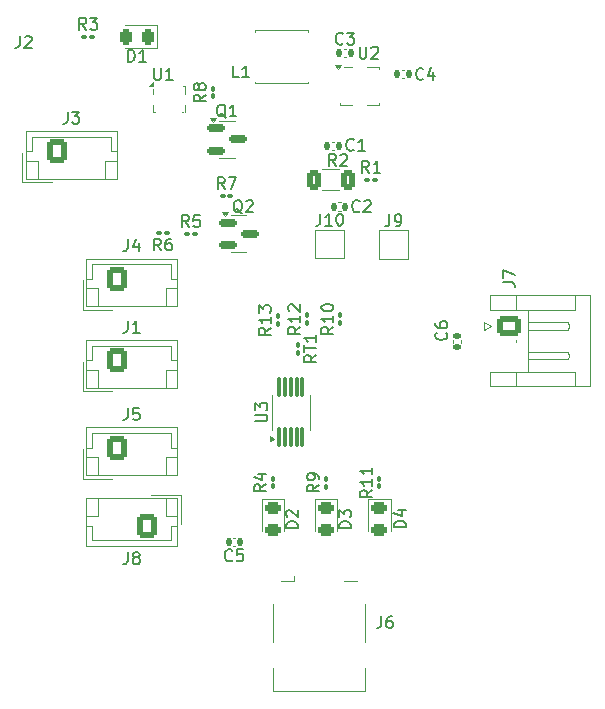
<source format=gto>
%TF.GenerationSoftware,KiCad,Pcbnew,8.0.1*%
%TF.CreationDate,2024-04-11T19:27:17-06:00*%
%TF.ProjectId,ECE Altitude Project,45434520-416c-4746-9974-756465205072,rev?*%
%TF.SameCoordinates,Original*%
%TF.FileFunction,Legend,Top*%
%TF.FilePolarity,Positive*%
%FSLAX46Y46*%
G04 Gerber Fmt 4.6, Leading zero omitted, Abs format (unit mm)*
G04 Created by KiCad (PCBNEW 8.0.1) date 2024-04-11 19:27:17*
%MOMM*%
%LPD*%
G01*
G04 APERTURE LIST*
G04 Aperture macros list*
%AMRoundRect*
0 Rectangle with rounded corners*
0 $1 Rounding radius*
0 $2 $3 $4 $5 $6 $7 $8 $9 X,Y pos of 4 corners*
0 Add a 4 corners polygon primitive as box body*
4,1,4,$2,$3,$4,$5,$6,$7,$8,$9,$2,$3,0*
0 Add four circle primitives for the rounded corners*
1,1,$1+$1,$2,$3*
1,1,$1+$1,$4,$5*
1,1,$1+$1,$6,$7*
1,1,$1+$1,$8,$9*
0 Add four rect primitives between the rounded corners*
20,1,$1+$1,$2,$3,$4,$5,0*
20,1,$1+$1,$4,$5,$6,$7,0*
20,1,$1+$1,$6,$7,$8,$9,0*
20,1,$1+$1,$8,$9,$2,$3,0*%
G04 Aperture macros list end*
%ADD10C,0.150000*%
%ADD11C,0.120000*%
%ADD12C,0.100000*%
%ADD13R,0.280000X0.280000*%
%ADD14O,0.850000X0.280000*%
%ADD15C,0.600000*%
%ADD16R,0.680000X1.050000*%
%ADD17R,0.260000X0.500000*%
%ADD18R,0.280000X0.700000*%
%ADD19R,1.650000X2.400000*%
%ADD20R,2.000000X2.000000*%
%ADD21RoundRect,0.087500X0.087500X-0.725000X0.087500X0.725000X-0.087500X0.725000X-0.087500X-0.725000X0*%
%ADD22RoundRect,0.140000X-0.140000X-0.170000X0.140000X-0.170000X0.140000X0.170000X-0.140000X0.170000X0*%
%ADD23RoundRect,0.100000X0.100000X-0.130000X0.100000X0.130000X-0.100000X0.130000X-0.100000X-0.130000X0*%
%ADD24R,1.100000X3.700000*%
%ADD25RoundRect,0.250000X-0.750000X0.600000X-0.750000X-0.600000X0.750000X-0.600000X0.750000X0.600000X0*%
%ADD26O,2.000000X1.700000*%
%ADD27RoundRect,0.100000X-0.130000X-0.100000X0.130000X-0.100000X0.130000X0.100000X-0.130000X0.100000X0*%
%ADD28R,0.350000X0.500000*%
%ADD29RoundRect,0.150000X-0.587500X-0.150000X0.587500X-0.150000X0.587500X0.150000X-0.587500X0.150000X0*%
%ADD30RoundRect,0.250000X0.600000X0.750000X-0.600000X0.750000X-0.600000X-0.750000X0.600000X-0.750000X0*%
%ADD31O,1.700000X2.000000*%
%ADD32RoundRect,0.250000X-0.312500X-0.625000X0.312500X-0.625000X0.312500X0.625000X-0.312500X0.625000X0*%
%ADD33RoundRect,0.243750X-0.456250X0.243750X-0.456250X-0.243750X0.456250X-0.243750X0.456250X0.243750X0*%
%ADD34RoundRect,0.250000X-0.600000X-0.750000X0.600000X-0.750000X0.600000X0.750000X-0.600000X0.750000X0*%
%ADD35RoundRect,0.140000X0.170000X-0.140000X0.170000X0.140000X-0.170000X0.140000X-0.170000X-0.140000X0*%
%ADD36RoundRect,0.243750X0.243750X0.456250X-0.243750X0.456250X-0.243750X-0.456250X0.243750X-0.456250X0*%
%ADD37RoundRect,0.140000X0.140000X0.170000X-0.140000X0.170000X-0.140000X-0.170000X0.140000X-0.170000X0*%
%ADD38RoundRect,0.100000X0.130000X0.100000X-0.130000X0.100000X-0.130000X-0.100000X0.130000X-0.100000X0*%
%ADD39RoundRect,0.100000X-0.100000X0.130000X-0.100000X-0.130000X0.100000X-0.130000X0.100000X0.130000X0*%
%ADD40C,1.000000*%
%ADD41R,0.500000X2.000000*%
%ADD42R,2.000000X1.700000*%
%ADD43R,1.700000X1.700000*%
%ADD44O,1.700000X1.700000*%
G04 APERTURE END LIST*
D10*
X117938095Y-69354819D02*
X117938095Y-70164342D01*
X117938095Y-70164342D02*
X117985714Y-70259580D01*
X117985714Y-70259580D02*
X118033333Y-70307200D01*
X118033333Y-70307200D02*
X118128571Y-70354819D01*
X118128571Y-70354819D02*
X118319047Y-70354819D01*
X118319047Y-70354819D02*
X118414285Y-70307200D01*
X118414285Y-70307200D02*
X118461904Y-70259580D01*
X118461904Y-70259580D02*
X118509523Y-70164342D01*
X118509523Y-70164342D02*
X118509523Y-69354819D01*
X118938095Y-69450057D02*
X118985714Y-69402438D01*
X118985714Y-69402438D02*
X119080952Y-69354819D01*
X119080952Y-69354819D02*
X119319047Y-69354819D01*
X119319047Y-69354819D02*
X119414285Y-69402438D01*
X119414285Y-69402438D02*
X119461904Y-69450057D01*
X119461904Y-69450057D02*
X119509523Y-69545295D01*
X119509523Y-69545295D02*
X119509523Y-69640533D01*
X119509523Y-69640533D02*
X119461904Y-69783390D01*
X119461904Y-69783390D02*
X118890476Y-70354819D01*
X118890476Y-70354819D02*
X119509523Y-70354819D01*
X120466666Y-83556819D02*
X120466666Y-84271104D01*
X120466666Y-84271104D02*
X120419047Y-84413961D01*
X120419047Y-84413961D02*
X120323809Y-84509200D01*
X120323809Y-84509200D02*
X120180952Y-84556819D01*
X120180952Y-84556819D02*
X120085714Y-84556819D01*
X120990476Y-84556819D02*
X121180952Y-84556819D01*
X121180952Y-84556819D02*
X121276190Y-84509200D01*
X121276190Y-84509200D02*
X121323809Y-84461580D01*
X121323809Y-84461580D02*
X121419047Y-84318723D01*
X121419047Y-84318723D02*
X121466666Y-84128247D01*
X121466666Y-84128247D02*
X121466666Y-83747295D01*
X121466666Y-83747295D02*
X121419047Y-83652057D01*
X121419047Y-83652057D02*
X121371428Y-83604438D01*
X121371428Y-83604438D02*
X121276190Y-83556819D01*
X121276190Y-83556819D02*
X121085714Y-83556819D01*
X121085714Y-83556819D02*
X120990476Y-83604438D01*
X120990476Y-83604438D02*
X120942857Y-83652057D01*
X120942857Y-83652057D02*
X120895238Y-83747295D01*
X120895238Y-83747295D02*
X120895238Y-83985390D01*
X120895238Y-83985390D02*
X120942857Y-84080628D01*
X120942857Y-84080628D02*
X120990476Y-84128247D01*
X120990476Y-84128247D02*
X121085714Y-84175866D01*
X121085714Y-84175866D02*
X121276190Y-84175866D01*
X121276190Y-84175866D02*
X121371428Y-84128247D01*
X121371428Y-84128247D02*
X121419047Y-84080628D01*
X121419047Y-84080628D02*
X121466666Y-83985390D01*
X109104819Y-101074404D02*
X109914342Y-101074404D01*
X109914342Y-101074404D02*
X110009580Y-101026785D01*
X110009580Y-101026785D02*
X110057200Y-100979166D01*
X110057200Y-100979166D02*
X110104819Y-100883928D01*
X110104819Y-100883928D02*
X110104819Y-100693452D01*
X110104819Y-100693452D02*
X110057200Y-100598214D01*
X110057200Y-100598214D02*
X110009580Y-100550595D01*
X110009580Y-100550595D02*
X109914342Y-100502976D01*
X109914342Y-100502976D02*
X109104819Y-100502976D01*
X109104819Y-100122023D02*
X109104819Y-99502976D01*
X109104819Y-99502976D02*
X109485771Y-99836309D01*
X109485771Y-99836309D02*
X109485771Y-99693452D01*
X109485771Y-99693452D02*
X109533390Y-99598214D01*
X109533390Y-99598214D02*
X109581009Y-99550595D01*
X109581009Y-99550595D02*
X109676247Y-99502976D01*
X109676247Y-99502976D02*
X109914342Y-99502976D01*
X109914342Y-99502976D02*
X110009580Y-99550595D01*
X110009580Y-99550595D02*
X110057200Y-99598214D01*
X110057200Y-99598214D02*
X110104819Y-99693452D01*
X110104819Y-99693452D02*
X110104819Y-99979166D01*
X110104819Y-99979166D02*
X110057200Y-100074404D01*
X110057200Y-100074404D02*
X110009580Y-100122023D01*
X116533333Y-69076124D02*
X116485714Y-69123744D01*
X116485714Y-69123744D02*
X116342857Y-69171363D01*
X116342857Y-69171363D02*
X116247619Y-69171363D01*
X116247619Y-69171363D02*
X116104762Y-69123744D01*
X116104762Y-69123744D02*
X116009524Y-69028505D01*
X116009524Y-69028505D02*
X115961905Y-68933267D01*
X115961905Y-68933267D02*
X115914286Y-68742791D01*
X115914286Y-68742791D02*
X115914286Y-68599934D01*
X115914286Y-68599934D02*
X115961905Y-68409458D01*
X115961905Y-68409458D02*
X116009524Y-68314220D01*
X116009524Y-68314220D02*
X116104762Y-68218982D01*
X116104762Y-68218982D02*
X116247619Y-68171363D01*
X116247619Y-68171363D02*
X116342857Y-68171363D01*
X116342857Y-68171363D02*
X116485714Y-68218982D01*
X116485714Y-68218982D02*
X116533333Y-68266601D01*
X116866667Y-68171363D02*
X117485714Y-68171363D01*
X117485714Y-68171363D02*
X117152381Y-68552315D01*
X117152381Y-68552315D02*
X117295238Y-68552315D01*
X117295238Y-68552315D02*
X117390476Y-68599934D01*
X117390476Y-68599934D02*
X117438095Y-68647553D01*
X117438095Y-68647553D02*
X117485714Y-68742791D01*
X117485714Y-68742791D02*
X117485714Y-68980886D01*
X117485714Y-68980886D02*
X117438095Y-69076124D01*
X117438095Y-69076124D02*
X117390476Y-69123744D01*
X117390476Y-69123744D02*
X117295238Y-69171363D01*
X117295238Y-69171363D02*
X117009524Y-69171363D01*
X117009524Y-69171363D02*
X116914286Y-69123744D01*
X116914286Y-69123744D02*
X116866667Y-69076124D01*
X110404819Y-93147857D02*
X109928628Y-93481190D01*
X110404819Y-93719285D02*
X109404819Y-93719285D01*
X109404819Y-93719285D02*
X109404819Y-93338333D01*
X109404819Y-93338333D02*
X109452438Y-93243095D01*
X109452438Y-93243095D02*
X109500057Y-93195476D01*
X109500057Y-93195476D02*
X109595295Y-93147857D01*
X109595295Y-93147857D02*
X109738152Y-93147857D01*
X109738152Y-93147857D02*
X109833390Y-93195476D01*
X109833390Y-93195476D02*
X109881009Y-93243095D01*
X109881009Y-93243095D02*
X109928628Y-93338333D01*
X109928628Y-93338333D02*
X109928628Y-93719285D01*
X110404819Y-92195476D02*
X110404819Y-92766904D01*
X110404819Y-92481190D02*
X109404819Y-92481190D01*
X109404819Y-92481190D02*
X109547676Y-92576428D01*
X109547676Y-92576428D02*
X109642914Y-92671666D01*
X109642914Y-92671666D02*
X109690533Y-92766904D01*
X109404819Y-91862142D02*
X109404819Y-91243095D01*
X109404819Y-91243095D02*
X109785771Y-91576428D01*
X109785771Y-91576428D02*
X109785771Y-91433571D01*
X109785771Y-91433571D02*
X109833390Y-91338333D01*
X109833390Y-91338333D02*
X109881009Y-91290714D01*
X109881009Y-91290714D02*
X109976247Y-91243095D01*
X109976247Y-91243095D02*
X110214342Y-91243095D01*
X110214342Y-91243095D02*
X110309580Y-91290714D01*
X110309580Y-91290714D02*
X110357200Y-91338333D01*
X110357200Y-91338333D02*
X110404819Y-91433571D01*
X110404819Y-91433571D02*
X110404819Y-91719285D01*
X110404819Y-91719285D02*
X110357200Y-91814523D01*
X110357200Y-91814523D02*
X110309580Y-91862142D01*
X107733333Y-71954819D02*
X107257143Y-71954819D01*
X107257143Y-71954819D02*
X107257143Y-70954819D01*
X108590476Y-71954819D02*
X108019048Y-71954819D01*
X108304762Y-71954819D02*
X108304762Y-70954819D01*
X108304762Y-70954819D02*
X108209524Y-71097676D01*
X108209524Y-71097676D02*
X108114286Y-71192914D01*
X108114286Y-71192914D02*
X108019048Y-71240533D01*
X112904819Y-93067857D02*
X112428628Y-93401190D01*
X112904819Y-93639285D02*
X111904819Y-93639285D01*
X111904819Y-93639285D02*
X111904819Y-93258333D01*
X111904819Y-93258333D02*
X111952438Y-93163095D01*
X111952438Y-93163095D02*
X112000057Y-93115476D01*
X112000057Y-93115476D02*
X112095295Y-93067857D01*
X112095295Y-93067857D02*
X112238152Y-93067857D01*
X112238152Y-93067857D02*
X112333390Y-93115476D01*
X112333390Y-93115476D02*
X112381009Y-93163095D01*
X112381009Y-93163095D02*
X112428628Y-93258333D01*
X112428628Y-93258333D02*
X112428628Y-93639285D01*
X112904819Y-92115476D02*
X112904819Y-92686904D01*
X112904819Y-92401190D02*
X111904819Y-92401190D01*
X111904819Y-92401190D02*
X112047676Y-92496428D01*
X112047676Y-92496428D02*
X112142914Y-92591666D01*
X112142914Y-92591666D02*
X112190533Y-92686904D01*
X112000057Y-91734523D02*
X111952438Y-91686904D01*
X111952438Y-91686904D02*
X111904819Y-91591666D01*
X111904819Y-91591666D02*
X111904819Y-91353571D01*
X111904819Y-91353571D02*
X111952438Y-91258333D01*
X111952438Y-91258333D02*
X112000057Y-91210714D01*
X112000057Y-91210714D02*
X112095295Y-91163095D01*
X112095295Y-91163095D02*
X112190533Y-91163095D01*
X112190533Y-91163095D02*
X112333390Y-91210714D01*
X112333390Y-91210714D02*
X112904819Y-91782142D01*
X112904819Y-91782142D02*
X112904819Y-91163095D01*
X117433333Y-78059580D02*
X117385714Y-78107200D01*
X117385714Y-78107200D02*
X117242857Y-78154819D01*
X117242857Y-78154819D02*
X117147619Y-78154819D01*
X117147619Y-78154819D02*
X117004762Y-78107200D01*
X117004762Y-78107200D02*
X116909524Y-78011961D01*
X116909524Y-78011961D02*
X116861905Y-77916723D01*
X116861905Y-77916723D02*
X116814286Y-77726247D01*
X116814286Y-77726247D02*
X116814286Y-77583390D01*
X116814286Y-77583390D02*
X116861905Y-77392914D01*
X116861905Y-77392914D02*
X116909524Y-77297676D01*
X116909524Y-77297676D02*
X117004762Y-77202438D01*
X117004762Y-77202438D02*
X117147619Y-77154819D01*
X117147619Y-77154819D02*
X117242857Y-77154819D01*
X117242857Y-77154819D02*
X117385714Y-77202438D01*
X117385714Y-77202438D02*
X117433333Y-77250057D01*
X118385714Y-78154819D02*
X117814286Y-78154819D01*
X118100000Y-78154819D02*
X118100000Y-77154819D01*
X118100000Y-77154819D02*
X118004762Y-77297676D01*
X118004762Y-77297676D02*
X117909524Y-77392914D01*
X117909524Y-77392914D02*
X117814286Y-77440533D01*
X130087319Y-89283333D02*
X130801604Y-89283333D01*
X130801604Y-89283333D02*
X130944461Y-89330952D01*
X130944461Y-89330952D02*
X131039700Y-89426190D01*
X131039700Y-89426190D02*
X131087319Y-89569047D01*
X131087319Y-89569047D02*
X131087319Y-89664285D01*
X130087319Y-88902380D02*
X130087319Y-88235714D01*
X130087319Y-88235714D02*
X131087319Y-88664285D01*
X103488333Y-84604819D02*
X103155000Y-84128628D01*
X102916905Y-84604819D02*
X102916905Y-83604819D01*
X102916905Y-83604819D02*
X103297857Y-83604819D01*
X103297857Y-83604819D02*
X103393095Y-83652438D01*
X103393095Y-83652438D02*
X103440714Y-83700057D01*
X103440714Y-83700057D02*
X103488333Y-83795295D01*
X103488333Y-83795295D02*
X103488333Y-83938152D01*
X103488333Y-83938152D02*
X103440714Y-84033390D01*
X103440714Y-84033390D02*
X103393095Y-84081009D01*
X103393095Y-84081009D02*
X103297857Y-84128628D01*
X103297857Y-84128628D02*
X102916905Y-84128628D01*
X104393095Y-83604819D02*
X103916905Y-83604819D01*
X103916905Y-83604819D02*
X103869286Y-84081009D01*
X103869286Y-84081009D02*
X103916905Y-84033390D01*
X103916905Y-84033390D02*
X104012143Y-83985771D01*
X104012143Y-83985771D02*
X104250238Y-83985771D01*
X104250238Y-83985771D02*
X104345476Y-84033390D01*
X104345476Y-84033390D02*
X104393095Y-84081009D01*
X104393095Y-84081009D02*
X104440714Y-84176247D01*
X104440714Y-84176247D02*
X104440714Y-84414342D01*
X104440714Y-84414342D02*
X104393095Y-84509580D01*
X104393095Y-84509580D02*
X104345476Y-84557200D01*
X104345476Y-84557200D02*
X104250238Y-84604819D01*
X104250238Y-84604819D02*
X104012143Y-84604819D01*
X104012143Y-84604819D02*
X103916905Y-84557200D01*
X103916905Y-84557200D02*
X103869286Y-84509580D01*
X100538095Y-71154819D02*
X100538095Y-71964342D01*
X100538095Y-71964342D02*
X100585714Y-72059580D01*
X100585714Y-72059580D02*
X100633333Y-72107200D01*
X100633333Y-72107200D02*
X100728571Y-72154819D01*
X100728571Y-72154819D02*
X100919047Y-72154819D01*
X100919047Y-72154819D02*
X101014285Y-72107200D01*
X101014285Y-72107200D02*
X101061904Y-72059580D01*
X101061904Y-72059580D02*
X101109523Y-71964342D01*
X101109523Y-71964342D02*
X101109523Y-71154819D01*
X102109523Y-72154819D02*
X101538095Y-72154819D01*
X101823809Y-72154819D02*
X101823809Y-71154819D01*
X101823809Y-71154819D02*
X101728571Y-71297676D01*
X101728571Y-71297676D02*
X101633333Y-71392914D01*
X101633333Y-71392914D02*
X101538095Y-71440533D01*
X106604761Y-75350057D02*
X106509523Y-75302438D01*
X106509523Y-75302438D02*
X106414285Y-75207200D01*
X106414285Y-75207200D02*
X106271428Y-75064342D01*
X106271428Y-75064342D02*
X106176190Y-75016723D01*
X106176190Y-75016723D02*
X106080952Y-75016723D01*
X106128571Y-75254819D02*
X106033333Y-75207200D01*
X106033333Y-75207200D02*
X105938095Y-75111961D01*
X105938095Y-75111961D02*
X105890476Y-74921485D01*
X105890476Y-74921485D02*
X105890476Y-74588152D01*
X105890476Y-74588152D02*
X105938095Y-74397676D01*
X105938095Y-74397676D02*
X106033333Y-74302438D01*
X106033333Y-74302438D02*
X106128571Y-74254819D01*
X106128571Y-74254819D02*
X106319047Y-74254819D01*
X106319047Y-74254819D02*
X106414285Y-74302438D01*
X106414285Y-74302438D02*
X106509523Y-74397676D01*
X106509523Y-74397676D02*
X106557142Y-74588152D01*
X106557142Y-74588152D02*
X106557142Y-74921485D01*
X106557142Y-74921485D02*
X106509523Y-75111961D01*
X106509523Y-75111961D02*
X106414285Y-75207200D01*
X106414285Y-75207200D02*
X106319047Y-75254819D01*
X106319047Y-75254819D02*
X106128571Y-75254819D01*
X107509523Y-75254819D02*
X106938095Y-75254819D01*
X107223809Y-75254819D02*
X107223809Y-74254819D01*
X107223809Y-74254819D02*
X107128571Y-74397676D01*
X107128571Y-74397676D02*
X107033333Y-74492914D01*
X107033333Y-74492914D02*
X106938095Y-74540533D01*
X98316666Y-112154819D02*
X98316666Y-112869104D01*
X98316666Y-112869104D02*
X98269047Y-113011961D01*
X98269047Y-113011961D02*
X98173809Y-113107200D01*
X98173809Y-113107200D02*
X98030952Y-113154819D01*
X98030952Y-113154819D02*
X97935714Y-113154819D01*
X98935714Y-112583390D02*
X98840476Y-112535771D01*
X98840476Y-112535771D02*
X98792857Y-112488152D01*
X98792857Y-112488152D02*
X98745238Y-112392914D01*
X98745238Y-112392914D02*
X98745238Y-112345295D01*
X98745238Y-112345295D02*
X98792857Y-112250057D01*
X98792857Y-112250057D02*
X98840476Y-112202438D01*
X98840476Y-112202438D02*
X98935714Y-112154819D01*
X98935714Y-112154819D02*
X99126190Y-112154819D01*
X99126190Y-112154819D02*
X99221428Y-112202438D01*
X99221428Y-112202438D02*
X99269047Y-112250057D01*
X99269047Y-112250057D02*
X99316666Y-112345295D01*
X99316666Y-112345295D02*
X99316666Y-112392914D01*
X99316666Y-112392914D02*
X99269047Y-112488152D01*
X99269047Y-112488152D02*
X99221428Y-112535771D01*
X99221428Y-112535771D02*
X99126190Y-112583390D01*
X99126190Y-112583390D02*
X98935714Y-112583390D01*
X98935714Y-112583390D02*
X98840476Y-112631009D01*
X98840476Y-112631009D02*
X98792857Y-112678628D01*
X98792857Y-112678628D02*
X98745238Y-112773866D01*
X98745238Y-112773866D02*
X98745238Y-112964342D01*
X98745238Y-112964342D02*
X98792857Y-113059580D01*
X98792857Y-113059580D02*
X98840476Y-113107200D01*
X98840476Y-113107200D02*
X98935714Y-113154819D01*
X98935714Y-113154819D02*
X99126190Y-113154819D01*
X99126190Y-113154819D02*
X99221428Y-113107200D01*
X99221428Y-113107200D02*
X99269047Y-113059580D01*
X99269047Y-113059580D02*
X99316666Y-112964342D01*
X99316666Y-112964342D02*
X99316666Y-112773866D01*
X99316666Y-112773866D02*
X99269047Y-112678628D01*
X99269047Y-112678628D02*
X99221428Y-112631009D01*
X99221428Y-112631009D02*
X99126190Y-112583390D01*
X114590476Y-83490863D02*
X114590476Y-84205148D01*
X114590476Y-84205148D02*
X114542857Y-84348005D01*
X114542857Y-84348005D02*
X114447619Y-84443244D01*
X114447619Y-84443244D02*
X114304762Y-84490863D01*
X114304762Y-84490863D02*
X114209524Y-84490863D01*
X115590476Y-84490863D02*
X115019048Y-84490863D01*
X115304762Y-84490863D02*
X115304762Y-83490863D01*
X115304762Y-83490863D02*
X115209524Y-83633720D01*
X115209524Y-83633720D02*
X115114286Y-83728958D01*
X115114286Y-83728958D02*
X115019048Y-83776577D01*
X116209524Y-83490863D02*
X116304762Y-83490863D01*
X116304762Y-83490863D02*
X116400000Y-83538482D01*
X116400000Y-83538482D02*
X116447619Y-83586101D01*
X116447619Y-83586101D02*
X116495238Y-83681339D01*
X116495238Y-83681339D02*
X116542857Y-83871815D01*
X116542857Y-83871815D02*
X116542857Y-84109910D01*
X116542857Y-84109910D02*
X116495238Y-84300386D01*
X116495238Y-84300386D02*
X116447619Y-84395624D01*
X116447619Y-84395624D02*
X116400000Y-84443244D01*
X116400000Y-84443244D02*
X116304762Y-84490863D01*
X116304762Y-84490863D02*
X116209524Y-84490863D01*
X116209524Y-84490863D02*
X116114286Y-84443244D01*
X116114286Y-84443244D02*
X116066667Y-84395624D01*
X116066667Y-84395624D02*
X116019048Y-84300386D01*
X116019048Y-84300386D02*
X115971429Y-84109910D01*
X115971429Y-84109910D02*
X115971429Y-83871815D01*
X115971429Y-83871815D02*
X116019048Y-83681339D01*
X116019048Y-83681339D02*
X116066667Y-83586101D01*
X116066667Y-83586101D02*
X116114286Y-83538482D01*
X116114286Y-83538482D02*
X116209524Y-83490863D01*
X110004819Y-106411666D02*
X109528628Y-106744999D01*
X110004819Y-106983094D02*
X109004819Y-106983094D01*
X109004819Y-106983094D02*
X109004819Y-106602142D01*
X109004819Y-106602142D02*
X109052438Y-106506904D01*
X109052438Y-106506904D02*
X109100057Y-106459285D01*
X109100057Y-106459285D02*
X109195295Y-106411666D01*
X109195295Y-106411666D02*
X109338152Y-106411666D01*
X109338152Y-106411666D02*
X109433390Y-106459285D01*
X109433390Y-106459285D02*
X109481009Y-106506904D01*
X109481009Y-106506904D02*
X109528628Y-106602142D01*
X109528628Y-106602142D02*
X109528628Y-106983094D01*
X109338152Y-105554523D02*
X110004819Y-105554523D01*
X108957200Y-105792618D02*
X109671485Y-106030713D01*
X109671485Y-106030713D02*
X109671485Y-105411666D01*
X104904819Y-73411666D02*
X104428628Y-73744999D01*
X104904819Y-73983094D02*
X103904819Y-73983094D01*
X103904819Y-73983094D02*
X103904819Y-73602142D01*
X103904819Y-73602142D02*
X103952438Y-73506904D01*
X103952438Y-73506904D02*
X104000057Y-73459285D01*
X104000057Y-73459285D02*
X104095295Y-73411666D01*
X104095295Y-73411666D02*
X104238152Y-73411666D01*
X104238152Y-73411666D02*
X104333390Y-73459285D01*
X104333390Y-73459285D02*
X104381009Y-73506904D01*
X104381009Y-73506904D02*
X104428628Y-73602142D01*
X104428628Y-73602142D02*
X104428628Y-73983094D01*
X104333390Y-72840237D02*
X104285771Y-72935475D01*
X104285771Y-72935475D02*
X104238152Y-72983094D01*
X104238152Y-72983094D02*
X104142914Y-73030713D01*
X104142914Y-73030713D02*
X104095295Y-73030713D01*
X104095295Y-73030713D02*
X104000057Y-72983094D01*
X104000057Y-72983094D02*
X103952438Y-72935475D01*
X103952438Y-72935475D02*
X103904819Y-72840237D01*
X103904819Y-72840237D02*
X103904819Y-72649761D01*
X103904819Y-72649761D02*
X103952438Y-72554523D01*
X103952438Y-72554523D02*
X104000057Y-72506904D01*
X104000057Y-72506904D02*
X104095295Y-72459285D01*
X104095295Y-72459285D02*
X104142914Y-72459285D01*
X104142914Y-72459285D02*
X104238152Y-72506904D01*
X104238152Y-72506904D02*
X104285771Y-72554523D01*
X104285771Y-72554523D02*
X104333390Y-72649761D01*
X104333390Y-72649761D02*
X104333390Y-72840237D01*
X104333390Y-72840237D02*
X104381009Y-72935475D01*
X104381009Y-72935475D02*
X104428628Y-72983094D01*
X104428628Y-72983094D02*
X104523866Y-73030713D01*
X104523866Y-73030713D02*
X104714342Y-73030713D01*
X104714342Y-73030713D02*
X104809580Y-72983094D01*
X104809580Y-72983094D02*
X104857200Y-72935475D01*
X104857200Y-72935475D02*
X104904819Y-72840237D01*
X104904819Y-72840237D02*
X104904819Y-72649761D01*
X104904819Y-72649761D02*
X104857200Y-72554523D01*
X104857200Y-72554523D02*
X104809580Y-72506904D01*
X104809580Y-72506904D02*
X104714342Y-72459285D01*
X104714342Y-72459285D02*
X104523866Y-72459285D01*
X104523866Y-72459285D02*
X104428628Y-72506904D01*
X104428628Y-72506904D02*
X104381009Y-72554523D01*
X104381009Y-72554523D02*
X104333390Y-72649761D01*
X115933333Y-79454819D02*
X115600000Y-78978628D01*
X115361905Y-79454819D02*
X115361905Y-78454819D01*
X115361905Y-78454819D02*
X115742857Y-78454819D01*
X115742857Y-78454819D02*
X115838095Y-78502438D01*
X115838095Y-78502438D02*
X115885714Y-78550057D01*
X115885714Y-78550057D02*
X115933333Y-78645295D01*
X115933333Y-78645295D02*
X115933333Y-78788152D01*
X115933333Y-78788152D02*
X115885714Y-78883390D01*
X115885714Y-78883390D02*
X115838095Y-78931009D01*
X115838095Y-78931009D02*
X115742857Y-78978628D01*
X115742857Y-78978628D02*
X115361905Y-78978628D01*
X116314286Y-78550057D02*
X116361905Y-78502438D01*
X116361905Y-78502438D02*
X116457143Y-78454819D01*
X116457143Y-78454819D02*
X116695238Y-78454819D01*
X116695238Y-78454819D02*
X116790476Y-78502438D01*
X116790476Y-78502438D02*
X116838095Y-78550057D01*
X116838095Y-78550057D02*
X116885714Y-78645295D01*
X116885714Y-78645295D02*
X116885714Y-78740533D01*
X116885714Y-78740533D02*
X116838095Y-78883390D01*
X116838095Y-78883390D02*
X116266667Y-79454819D01*
X116266667Y-79454819D02*
X116885714Y-79454819D01*
X108004761Y-83450057D02*
X107909523Y-83402438D01*
X107909523Y-83402438D02*
X107814285Y-83307200D01*
X107814285Y-83307200D02*
X107671428Y-83164342D01*
X107671428Y-83164342D02*
X107576190Y-83116723D01*
X107576190Y-83116723D02*
X107480952Y-83116723D01*
X107528571Y-83354819D02*
X107433333Y-83307200D01*
X107433333Y-83307200D02*
X107338095Y-83211961D01*
X107338095Y-83211961D02*
X107290476Y-83021485D01*
X107290476Y-83021485D02*
X107290476Y-82688152D01*
X107290476Y-82688152D02*
X107338095Y-82497676D01*
X107338095Y-82497676D02*
X107433333Y-82402438D01*
X107433333Y-82402438D02*
X107528571Y-82354819D01*
X107528571Y-82354819D02*
X107719047Y-82354819D01*
X107719047Y-82354819D02*
X107814285Y-82402438D01*
X107814285Y-82402438D02*
X107909523Y-82497676D01*
X107909523Y-82497676D02*
X107957142Y-82688152D01*
X107957142Y-82688152D02*
X107957142Y-83021485D01*
X107957142Y-83021485D02*
X107909523Y-83211961D01*
X107909523Y-83211961D02*
X107814285Y-83307200D01*
X107814285Y-83307200D02*
X107719047Y-83354819D01*
X107719047Y-83354819D02*
X107528571Y-83354819D01*
X108338095Y-82450057D02*
X108385714Y-82402438D01*
X108385714Y-82402438D02*
X108480952Y-82354819D01*
X108480952Y-82354819D02*
X108719047Y-82354819D01*
X108719047Y-82354819D02*
X108814285Y-82402438D01*
X108814285Y-82402438D02*
X108861904Y-82450057D01*
X108861904Y-82450057D02*
X108909523Y-82545295D01*
X108909523Y-82545295D02*
X108909523Y-82640533D01*
X108909523Y-82640533D02*
X108861904Y-82783390D01*
X108861904Y-82783390D02*
X108290476Y-83354819D01*
X108290476Y-83354819D02*
X108909523Y-83354819D01*
X117204819Y-110100594D02*
X116204819Y-110100594D01*
X116204819Y-110100594D02*
X116204819Y-109862499D01*
X116204819Y-109862499D02*
X116252438Y-109719642D01*
X116252438Y-109719642D02*
X116347676Y-109624404D01*
X116347676Y-109624404D02*
X116442914Y-109576785D01*
X116442914Y-109576785D02*
X116633390Y-109529166D01*
X116633390Y-109529166D02*
X116776247Y-109529166D01*
X116776247Y-109529166D02*
X116966723Y-109576785D01*
X116966723Y-109576785D02*
X117061961Y-109624404D01*
X117061961Y-109624404D02*
X117157200Y-109719642D01*
X117157200Y-109719642D02*
X117204819Y-109862499D01*
X117204819Y-109862499D02*
X117204819Y-110100594D01*
X116204819Y-109195832D02*
X116204819Y-108576785D01*
X116204819Y-108576785D02*
X116585771Y-108910118D01*
X116585771Y-108910118D02*
X116585771Y-108767261D01*
X116585771Y-108767261D02*
X116633390Y-108672023D01*
X116633390Y-108672023D02*
X116681009Y-108624404D01*
X116681009Y-108624404D02*
X116776247Y-108576785D01*
X116776247Y-108576785D02*
X117014342Y-108576785D01*
X117014342Y-108576785D02*
X117109580Y-108624404D01*
X117109580Y-108624404D02*
X117157200Y-108672023D01*
X117157200Y-108672023D02*
X117204819Y-108767261D01*
X117204819Y-108767261D02*
X117204819Y-109052975D01*
X117204819Y-109052975D02*
X117157200Y-109148213D01*
X117157200Y-109148213D02*
X117109580Y-109195832D01*
X123333333Y-72059580D02*
X123285714Y-72107200D01*
X123285714Y-72107200D02*
X123142857Y-72154819D01*
X123142857Y-72154819D02*
X123047619Y-72154819D01*
X123047619Y-72154819D02*
X122904762Y-72107200D01*
X122904762Y-72107200D02*
X122809524Y-72011961D01*
X122809524Y-72011961D02*
X122761905Y-71916723D01*
X122761905Y-71916723D02*
X122714286Y-71726247D01*
X122714286Y-71726247D02*
X122714286Y-71583390D01*
X122714286Y-71583390D02*
X122761905Y-71392914D01*
X122761905Y-71392914D02*
X122809524Y-71297676D01*
X122809524Y-71297676D02*
X122904762Y-71202438D01*
X122904762Y-71202438D02*
X123047619Y-71154819D01*
X123047619Y-71154819D02*
X123142857Y-71154819D01*
X123142857Y-71154819D02*
X123285714Y-71202438D01*
X123285714Y-71202438D02*
X123333333Y-71250057D01*
X124190476Y-71488152D02*
X124190476Y-72154819D01*
X123952381Y-71107200D02*
X123714286Y-71821485D01*
X123714286Y-71821485D02*
X124333333Y-71821485D01*
X112704819Y-110100594D02*
X111704819Y-110100594D01*
X111704819Y-110100594D02*
X111704819Y-109862499D01*
X111704819Y-109862499D02*
X111752438Y-109719642D01*
X111752438Y-109719642D02*
X111847676Y-109624404D01*
X111847676Y-109624404D02*
X111942914Y-109576785D01*
X111942914Y-109576785D02*
X112133390Y-109529166D01*
X112133390Y-109529166D02*
X112276247Y-109529166D01*
X112276247Y-109529166D02*
X112466723Y-109576785D01*
X112466723Y-109576785D02*
X112561961Y-109624404D01*
X112561961Y-109624404D02*
X112657200Y-109719642D01*
X112657200Y-109719642D02*
X112704819Y-109862499D01*
X112704819Y-109862499D02*
X112704819Y-110100594D01*
X111800057Y-109148213D02*
X111752438Y-109100594D01*
X111752438Y-109100594D02*
X111704819Y-109005356D01*
X111704819Y-109005356D02*
X111704819Y-108767261D01*
X111704819Y-108767261D02*
X111752438Y-108672023D01*
X111752438Y-108672023D02*
X111800057Y-108624404D01*
X111800057Y-108624404D02*
X111895295Y-108576785D01*
X111895295Y-108576785D02*
X111990533Y-108576785D01*
X111990533Y-108576785D02*
X112133390Y-108624404D01*
X112133390Y-108624404D02*
X112704819Y-109195832D01*
X112704819Y-109195832D02*
X112704819Y-108576785D01*
X98316666Y-99954819D02*
X98316666Y-100669104D01*
X98316666Y-100669104D02*
X98269047Y-100811961D01*
X98269047Y-100811961D02*
X98173809Y-100907200D01*
X98173809Y-100907200D02*
X98030952Y-100954819D01*
X98030952Y-100954819D02*
X97935714Y-100954819D01*
X99269047Y-99954819D02*
X98792857Y-99954819D01*
X98792857Y-99954819D02*
X98745238Y-100431009D01*
X98745238Y-100431009D02*
X98792857Y-100383390D01*
X98792857Y-100383390D02*
X98888095Y-100335771D01*
X98888095Y-100335771D02*
X99126190Y-100335771D01*
X99126190Y-100335771D02*
X99221428Y-100383390D01*
X99221428Y-100383390D02*
X99269047Y-100431009D01*
X99269047Y-100431009D02*
X99316666Y-100526247D01*
X99316666Y-100526247D02*
X99316666Y-100764342D01*
X99316666Y-100764342D02*
X99269047Y-100859580D01*
X99269047Y-100859580D02*
X99221428Y-100907200D01*
X99221428Y-100907200D02*
X99126190Y-100954819D01*
X99126190Y-100954819D02*
X98888095Y-100954819D01*
X98888095Y-100954819D02*
X98792857Y-100907200D01*
X98792857Y-100907200D02*
X98745238Y-100859580D01*
X125259580Y-93566666D02*
X125307200Y-93614285D01*
X125307200Y-93614285D02*
X125354819Y-93757142D01*
X125354819Y-93757142D02*
X125354819Y-93852380D01*
X125354819Y-93852380D02*
X125307200Y-93995237D01*
X125307200Y-93995237D02*
X125211961Y-94090475D01*
X125211961Y-94090475D02*
X125116723Y-94138094D01*
X125116723Y-94138094D02*
X124926247Y-94185713D01*
X124926247Y-94185713D02*
X124783390Y-94185713D01*
X124783390Y-94185713D02*
X124592914Y-94138094D01*
X124592914Y-94138094D02*
X124497676Y-94090475D01*
X124497676Y-94090475D02*
X124402438Y-93995237D01*
X124402438Y-93995237D02*
X124354819Y-93852380D01*
X124354819Y-93852380D02*
X124354819Y-93757142D01*
X124354819Y-93757142D02*
X124402438Y-93614285D01*
X124402438Y-93614285D02*
X124450057Y-93566666D01*
X124354819Y-92709523D02*
X124354819Y-92899999D01*
X124354819Y-92899999D02*
X124402438Y-92995237D01*
X124402438Y-92995237D02*
X124450057Y-93042856D01*
X124450057Y-93042856D02*
X124592914Y-93138094D01*
X124592914Y-93138094D02*
X124783390Y-93185713D01*
X124783390Y-93185713D02*
X125164342Y-93185713D01*
X125164342Y-93185713D02*
X125259580Y-93138094D01*
X125259580Y-93138094D02*
X125307200Y-93090475D01*
X125307200Y-93090475D02*
X125354819Y-92995237D01*
X125354819Y-92995237D02*
X125354819Y-92804761D01*
X125354819Y-92804761D02*
X125307200Y-92709523D01*
X125307200Y-92709523D02*
X125259580Y-92661904D01*
X125259580Y-92661904D02*
X125164342Y-92614285D01*
X125164342Y-92614285D02*
X124926247Y-92614285D01*
X124926247Y-92614285D02*
X124831009Y-92661904D01*
X124831009Y-92661904D02*
X124783390Y-92709523D01*
X124783390Y-92709523D02*
X124735771Y-92804761D01*
X124735771Y-92804761D02*
X124735771Y-92995237D01*
X124735771Y-92995237D02*
X124783390Y-93090475D01*
X124783390Y-93090475D02*
X124831009Y-93138094D01*
X124831009Y-93138094D02*
X124926247Y-93185713D01*
X119004819Y-106887857D02*
X118528628Y-107221190D01*
X119004819Y-107459285D02*
X118004819Y-107459285D01*
X118004819Y-107459285D02*
X118004819Y-107078333D01*
X118004819Y-107078333D02*
X118052438Y-106983095D01*
X118052438Y-106983095D02*
X118100057Y-106935476D01*
X118100057Y-106935476D02*
X118195295Y-106887857D01*
X118195295Y-106887857D02*
X118338152Y-106887857D01*
X118338152Y-106887857D02*
X118433390Y-106935476D01*
X118433390Y-106935476D02*
X118481009Y-106983095D01*
X118481009Y-106983095D02*
X118528628Y-107078333D01*
X118528628Y-107078333D02*
X118528628Y-107459285D01*
X119004819Y-105935476D02*
X119004819Y-106506904D01*
X119004819Y-106221190D02*
X118004819Y-106221190D01*
X118004819Y-106221190D02*
X118147676Y-106316428D01*
X118147676Y-106316428D02*
X118242914Y-106411666D01*
X118242914Y-106411666D02*
X118290533Y-106506904D01*
X119004819Y-104983095D02*
X119004819Y-105554523D01*
X119004819Y-105268809D02*
X118004819Y-105268809D01*
X118004819Y-105268809D02*
X118147676Y-105364047D01*
X118147676Y-105364047D02*
X118242914Y-105459285D01*
X118242914Y-105459285D02*
X118290533Y-105554523D01*
X106513333Y-81404819D02*
X106180000Y-80928628D01*
X105941905Y-81404819D02*
X105941905Y-80404819D01*
X105941905Y-80404819D02*
X106322857Y-80404819D01*
X106322857Y-80404819D02*
X106418095Y-80452438D01*
X106418095Y-80452438D02*
X106465714Y-80500057D01*
X106465714Y-80500057D02*
X106513333Y-80595295D01*
X106513333Y-80595295D02*
X106513333Y-80738152D01*
X106513333Y-80738152D02*
X106465714Y-80833390D01*
X106465714Y-80833390D02*
X106418095Y-80881009D01*
X106418095Y-80881009D02*
X106322857Y-80928628D01*
X106322857Y-80928628D02*
X105941905Y-80928628D01*
X106846667Y-80404819D02*
X107513333Y-80404819D01*
X107513333Y-80404819D02*
X107084762Y-81404819D01*
X98316666Y-92554819D02*
X98316666Y-93269104D01*
X98316666Y-93269104D02*
X98269047Y-93411961D01*
X98269047Y-93411961D02*
X98173809Y-93507200D01*
X98173809Y-93507200D02*
X98030952Y-93554819D01*
X98030952Y-93554819D02*
X97935714Y-93554819D01*
X99316666Y-93554819D02*
X98745238Y-93554819D01*
X99030952Y-93554819D02*
X99030952Y-92554819D01*
X99030952Y-92554819D02*
X98935714Y-92697676D01*
X98935714Y-92697676D02*
X98840476Y-92792914D01*
X98840476Y-92792914D02*
X98745238Y-92840533D01*
X121854819Y-110038094D02*
X120854819Y-110038094D01*
X120854819Y-110038094D02*
X120854819Y-109799999D01*
X120854819Y-109799999D02*
X120902438Y-109657142D01*
X120902438Y-109657142D02*
X120997676Y-109561904D01*
X120997676Y-109561904D02*
X121092914Y-109514285D01*
X121092914Y-109514285D02*
X121283390Y-109466666D01*
X121283390Y-109466666D02*
X121426247Y-109466666D01*
X121426247Y-109466666D02*
X121616723Y-109514285D01*
X121616723Y-109514285D02*
X121711961Y-109561904D01*
X121711961Y-109561904D02*
X121807200Y-109657142D01*
X121807200Y-109657142D02*
X121854819Y-109799999D01*
X121854819Y-109799999D02*
X121854819Y-110038094D01*
X121188152Y-108609523D02*
X121854819Y-108609523D01*
X120807200Y-108847618D02*
X121521485Y-109085713D01*
X121521485Y-109085713D02*
X121521485Y-108466666D01*
X115704819Y-93067857D02*
X115228628Y-93401190D01*
X115704819Y-93639285D02*
X114704819Y-93639285D01*
X114704819Y-93639285D02*
X114704819Y-93258333D01*
X114704819Y-93258333D02*
X114752438Y-93163095D01*
X114752438Y-93163095D02*
X114800057Y-93115476D01*
X114800057Y-93115476D02*
X114895295Y-93067857D01*
X114895295Y-93067857D02*
X115038152Y-93067857D01*
X115038152Y-93067857D02*
X115133390Y-93115476D01*
X115133390Y-93115476D02*
X115181009Y-93163095D01*
X115181009Y-93163095D02*
X115228628Y-93258333D01*
X115228628Y-93258333D02*
X115228628Y-93639285D01*
X115704819Y-92115476D02*
X115704819Y-92686904D01*
X115704819Y-92401190D02*
X114704819Y-92401190D01*
X114704819Y-92401190D02*
X114847676Y-92496428D01*
X114847676Y-92496428D02*
X114942914Y-92591666D01*
X114942914Y-92591666D02*
X114990533Y-92686904D01*
X114704819Y-91496428D02*
X114704819Y-91401190D01*
X114704819Y-91401190D02*
X114752438Y-91305952D01*
X114752438Y-91305952D02*
X114800057Y-91258333D01*
X114800057Y-91258333D02*
X114895295Y-91210714D01*
X114895295Y-91210714D02*
X115085771Y-91163095D01*
X115085771Y-91163095D02*
X115323866Y-91163095D01*
X115323866Y-91163095D02*
X115514342Y-91210714D01*
X115514342Y-91210714D02*
X115609580Y-91258333D01*
X115609580Y-91258333D02*
X115657200Y-91305952D01*
X115657200Y-91305952D02*
X115704819Y-91401190D01*
X115704819Y-91401190D02*
X115704819Y-91496428D01*
X115704819Y-91496428D02*
X115657200Y-91591666D01*
X115657200Y-91591666D02*
X115609580Y-91639285D01*
X115609580Y-91639285D02*
X115514342Y-91686904D01*
X115514342Y-91686904D02*
X115323866Y-91734523D01*
X115323866Y-91734523D02*
X115085771Y-91734523D01*
X115085771Y-91734523D02*
X114895295Y-91686904D01*
X114895295Y-91686904D02*
X114800057Y-91639285D01*
X114800057Y-91639285D02*
X114752438Y-91591666D01*
X114752438Y-91591666D02*
X114704819Y-91496428D01*
X98324405Y-70604819D02*
X98324405Y-69604819D01*
X98324405Y-69604819D02*
X98562500Y-69604819D01*
X98562500Y-69604819D02*
X98705357Y-69652438D01*
X98705357Y-69652438D02*
X98800595Y-69747676D01*
X98800595Y-69747676D02*
X98848214Y-69842914D01*
X98848214Y-69842914D02*
X98895833Y-70033390D01*
X98895833Y-70033390D02*
X98895833Y-70176247D01*
X98895833Y-70176247D02*
X98848214Y-70366723D01*
X98848214Y-70366723D02*
X98800595Y-70461961D01*
X98800595Y-70461961D02*
X98705357Y-70557200D01*
X98705357Y-70557200D02*
X98562500Y-70604819D01*
X98562500Y-70604819D02*
X98324405Y-70604819D01*
X99848214Y-70604819D02*
X99276786Y-70604819D01*
X99562500Y-70604819D02*
X99562500Y-69604819D01*
X99562500Y-69604819D02*
X99467262Y-69747676D01*
X99467262Y-69747676D02*
X99372024Y-69842914D01*
X99372024Y-69842914D02*
X99276786Y-69890533D01*
X94778333Y-67904819D02*
X94445000Y-67428628D01*
X94206905Y-67904819D02*
X94206905Y-66904819D01*
X94206905Y-66904819D02*
X94587857Y-66904819D01*
X94587857Y-66904819D02*
X94683095Y-66952438D01*
X94683095Y-66952438D02*
X94730714Y-67000057D01*
X94730714Y-67000057D02*
X94778333Y-67095295D01*
X94778333Y-67095295D02*
X94778333Y-67238152D01*
X94778333Y-67238152D02*
X94730714Y-67333390D01*
X94730714Y-67333390D02*
X94683095Y-67381009D01*
X94683095Y-67381009D02*
X94587857Y-67428628D01*
X94587857Y-67428628D02*
X94206905Y-67428628D01*
X95111667Y-66904819D02*
X95730714Y-66904819D01*
X95730714Y-66904819D02*
X95397381Y-67285771D01*
X95397381Y-67285771D02*
X95540238Y-67285771D01*
X95540238Y-67285771D02*
X95635476Y-67333390D01*
X95635476Y-67333390D02*
X95683095Y-67381009D01*
X95683095Y-67381009D02*
X95730714Y-67476247D01*
X95730714Y-67476247D02*
X95730714Y-67714342D01*
X95730714Y-67714342D02*
X95683095Y-67809580D01*
X95683095Y-67809580D02*
X95635476Y-67857200D01*
X95635476Y-67857200D02*
X95540238Y-67904819D01*
X95540238Y-67904819D02*
X95254524Y-67904819D01*
X95254524Y-67904819D02*
X95159286Y-67857200D01*
X95159286Y-67857200D02*
X95111667Y-67809580D01*
X107153333Y-112819580D02*
X107105714Y-112867200D01*
X107105714Y-112867200D02*
X106962857Y-112914819D01*
X106962857Y-112914819D02*
X106867619Y-112914819D01*
X106867619Y-112914819D02*
X106724762Y-112867200D01*
X106724762Y-112867200D02*
X106629524Y-112771961D01*
X106629524Y-112771961D02*
X106581905Y-112676723D01*
X106581905Y-112676723D02*
X106534286Y-112486247D01*
X106534286Y-112486247D02*
X106534286Y-112343390D01*
X106534286Y-112343390D02*
X106581905Y-112152914D01*
X106581905Y-112152914D02*
X106629524Y-112057676D01*
X106629524Y-112057676D02*
X106724762Y-111962438D01*
X106724762Y-111962438D02*
X106867619Y-111914819D01*
X106867619Y-111914819D02*
X106962857Y-111914819D01*
X106962857Y-111914819D02*
X107105714Y-111962438D01*
X107105714Y-111962438D02*
X107153333Y-112010057D01*
X108058095Y-111914819D02*
X107581905Y-111914819D01*
X107581905Y-111914819D02*
X107534286Y-112391009D01*
X107534286Y-112391009D02*
X107581905Y-112343390D01*
X107581905Y-112343390D02*
X107677143Y-112295771D01*
X107677143Y-112295771D02*
X107915238Y-112295771D01*
X107915238Y-112295771D02*
X108010476Y-112343390D01*
X108010476Y-112343390D02*
X108058095Y-112391009D01*
X108058095Y-112391009D02*
X108105714Y-112486247D01*
X108105714Y-112486247D02*
X108105714Y-112724342D01*
X108105714Y-112724342D02*
X108058095Y-112819580D01*
X108058095Y-112819580D02*
X108010476Y-112867200D01*
X108010476Y-112867200D02*
X107915238Y-112914819D01*
X107915238Y-112914819D02*
X107677143Y-112914819D01*
X107677143Y-112914819D02*
X107581905Y-112867200D01*
X107581905Y-112867200D02*
X107534286Y-112819580D01*
X101113333Y-86604819D02*
X100780000Y-86128628D01*
X100541905Y-86604819D02*
X100541905Y-85604819D01*
X100541905Y-85604819D02*
X100922857Y-85604819D01*
X100922857Y-85604819D02*
X101018095Y-85652438D01*
X101018095Y-85652438D02*
X101065714Y-85700057D01*
X101065714Y-85700057D02*
X101113333Y-85795295D01*
X101113333Y-85795295D02*
X101113333Y-85938152D01*
X101113333Y-85938152D02*
X101065714Y-86033390D01*
X101065714Y-86033390D02*
X101018095Y-86081009D01*
X101018095Y-86081009D02*
X100922857Y-86128628D01*
X100922857Y-86128628D02*
X100541905Y-86128628D01*
X101970476Y-85604819D02*
X101780000Y-85604819D01*
X101780000Y-85604819D02*
X101684762Y-85652438D01*
X101684762Y-85652438D02*
X101637143Y-85700057D01*
X101637143Y-85700057D02*
X101541905Y-85842914D01*
X101541905Y-85842914D02*
X101494286Y-86033390D01*
X101494286Y-86033390D02*
X101494286Y-86414342D01*
X101494286Y-86414342D02*
X101541905Y-86509580D01*
X101541905Y-86509580D02*
X101589524Y-86557200D01*
X101589524Y-86557200D02*
X101684762Y-86604819D01*
X101684762Y-86604819D02*
X101875238Y-86604819D01*
X101875238Y-86604819D02*
X101970476Y-86557200D01*
X101970476Y-86557200D02*
X102018095Y-86509580D01*
X102018095Y-86509580D02*
X102065714Y-86414342D01*
X102065714Y-86414342D02*
X102065714Y-86176247D01*
X102065714Y-86176247D02*
X102018095Y-86081009D01*
X102018095Y-86081009D02*
X101970476Y-86033390D01*
X101970476Y-86033390D02*
X101875238Y-85985771D01*
X101875238Y-85985771D02*
X101684762Y-85985771D01*
X101684762Y-85985771D02*
X101589524Y-86033390D01*
X101589524Y-86033390D02*
X101541905Y-86081009D01*
X101541905Y-86081009D02*
X101494286Y-86176247D01*
X114259819Y-95472619D02*
X113783628Y-95805952D01*
X114259819Y-96044047D02*
X113259819Y-96044047D01*
X113259819Y-96044047D02*
X113259819Y-95663095D01*
X113259819Y-95663095D02*
X113307438Y-95567857D01*
X113307438Y-95567857D02*
X113355057Y-95520238D01*
X113355057Y-95520238D02*
X113450295Y-95472619D01*
X113450295Y-95472619D02*
X113593152Y-95472619D01*
X113593152Y-95472619D02*
X113688390Y-95520238D01*
X113688390Y-95520238D02*
X113736009Y-95567857D01*
X113736009Y-95567857D02*
X113783628Y-95663095D01*
X113783628Y-95663095D02*
X113783628Y-96044047D01*
X113259819Y-95186904D02*
X113259819Y-94615476D01*
X114259819Y-94901190D02*
X113259819Y-94901190D01*
X114259819Y-93758333D02*
X114259819Y-94329761D01*
X114259819Y-94044047D02*
X113259819Y-94044047D01*
X113259819Y-94044047D02*
X113402676Y-94139285D01*
X113402676Y-94139285D02*
X113497914Y-94234523D01*
X113497914Y-94234523D02*
X113545533Y-94329761D01*
X114504819Y-106436666D02*
X114028628Y-106769999D01*
X114504819Y-107008094D02*
X113504819Y-107008094D01*
X113504819Y-107008094D02*
X113504819Y-106627142D01*
X113504819Y-106627142D02*
X113552438Y-106531904D01*
X113552438Y-106531904D02*
X113600057Y-106484285D01*
X113600057Y-106484285D02*
X113695295Y-106436666D01*
X113695295Y-106436666D02*
X113838152Y-106436666D01*
X113838152Y-106436666D02*
X113933390Y-106484285D01*
X113933390Y-106484285D02*
X113981009Y-106531904D01*
X113981009Y-106531904D02*
X114028628Y-106627142D01*
X114028628Y-106627142D02*
X114028628Y-107008094D01*
X114504819Y-105960475D02*
X114504819Y-105769999D01*
X114504819Y-105769999D02*
X114457200Y-105674761D01*
X114457200Y-105674761D02*
X114409580Y-105627142D01*
X114409580Y-105627142D02*
X114266723Y-105531904D01*
X114266723Y-105531904D02*
X114076247Y-105484285D01*
X114076247Y-105484285D02*
X113695295Y-105484285D01*
X113695295Y-105484285D02*
X113600057Y-105531904D01*
X113600057Y-105531904D02*
X113552438Y-105579523D01*
X113552438Y-105579523D02*
X113504819Y-105674761D01*
X113504819Y-105674761D02*
X113504819Y-105865237D01*
X113504819Y-105865237D02*
X113552438Y-105960475D01*
X113552438Y-105960475D02*
X113600057Y-106008094D01*
X113600057Y-106008094D02*
X113695295Y-106055713D01*
X113695295Y-106055713D02*
X113933390Y-106055713D01*
X113933390Y-106055713D02*
X114028628Y-106008094D01*
X114028628Y-106008094D02*
X114076247Y-105960475D01*
X114076247Y-105960475D02*
X114123866Y-105865237D01*
X114123866Y-105865237D02*
X114123866Y-105674761D01*
X114123866Y-105674761D02*
X114076247Y-105579523D01*
X114076247Y-105579523D02*
X114028628Y-105531904D01*
X114028628Y-105531904D02*
X113933390Y-105484285D01*
X117933333Y-83259580D02*
X117885714Y-83307200D01*
X117885714Y-83307200D02*
X117742857Y-83354819D01*
X117742857Y-83354819D02*
X117647619Y-83354819D01*
X117647619Y-83354819D02*
X117504762Y-83307200D01*
X117504762Y-83307200D02*
X117409524Y-83211961D01*
X117409524Y-83211961D02*
X117361905Y-83116723D01*
X117361905Y-83116723D02*
X117314286Y-82926247D01*
X117314286Y-82926247D02*
X117314286Y-82783390D01*
X117314286Y-82783390D02*
X117361905Y-82592914D01*
X117361905Y-82592914D02*
X117409524Y-82497676D01*
X117409524Y-82497676D02*
X117504762Y-82402438D01*
X117504762Y-82402438D02*
X117647619Y-82354819D01*
X117647619Y-82354819D02*
X117742857Y-82354819D01*
X117742857Y-82354819D02*
X117885714Y-82402438D01*
X117885714Y-82402438D02*
X117933333Y-82450057D01*
X118314286Y-82450057D02*
X118361905Y-82402438D01*
X118361905Y-82402438D02*
X118457143Y-82354819D01*
X118457143Y-82354819D02*
X118695238Y-82354819D01*
X118695238Y-82354819D02*
X118790476Y-82402438D01*
X118790476Y-82402438D02*
X118838095Y-82450057D01*
X118838095Y-82450057D02*
X118885714Y-82545295D01*
X118885714Y-82545295D02*
X118885714Y-82640533D01*
X118885714Y-82640533D02*
X118838095Y-82783390D01*
X118838095Y-82783390D02*
X118266667Y-83354819D01*
X118266667Y-83354819D02*
X118885714Y-83354819D01*
X118733333Y-80004819D02*
X118400000Y-79528628D01*
X118161905Y-80004819D02*
X118161905Y-79004819D01*
X118161905Y-79004819D02*
X118542857Y-79004819D01*
X118542857Y-79004819D02*
X118638095Y-79052438D01*
X118638095Y-79052438D02*
X118685714Y-79100057D01*
X118685714Y-79100057D02*
X118733333Y-79195295D01*
X118733333Y-79195295D02*
X118733333Y-79338152D01*
X118733333Y-79338152D02*
X118685714Y-79433390D01*
X118685714Y-79433390D02*
X118638095Y-79481009D01*
X118638095Y-79481009D02*
X118542857Y-79528628D01*
X118542857Y-79528628D02*
X118161905Y-79528628D01*
X119685714Y-80004819D02*
X119114286Y-80004819D01*
X119400000Y-80004819D02*
X119400000Y-79004819D01*
X119400000Y-79004819D02*
X119304762Y-79147676D01*
X119304762Y-79147676D02*
X119209524Y-79242914D01*
X119209524Y-79242914D02*
X119114286Y-79290533D01*
X93216666Y-74854819D02*
X93216666Y-75569104D01*
X93216666Y-75569104D02*
X93169047Y-75711961D01*
X93169047Y-75711961D02*
X93073809Y-75807200D01*
X93073809Y-75807200D02*
X92930952Y-75854819D01*
X92930952Y-75854819D02*
X92835714Y-75854819D01*
X93597619Y-74854819D02*
X94216666Y-74854819D01*
X94216666Y-74854819D02*
X93883333Y-75235771D01*
X93883333Y-75235771D02*
X94026190Y-75235771D01*
X94026190Y-75235771D02*
X94121428Y-75283390D01*
X94121428Y-75283390D02*
X94169047Y-75331009D01*
X94169047Y-75331009D02*
X94216666Y-75426247D01*
X94216666Y-75426247D02*
X94216666Y-75664342D01*
X94216666Y-75664342D02*
X94169047Y-75759580D01*
X94169047Y-75759580D02*
X94121428Y-75807200D01*
X94121428Y-75807200D02*
X94026190Y-75854819D01*
X94026190Y-75854819D02*
X93740476Y-75854819D01*
X93740476Y-75854819D02*
X93645238Y-75807200D01*
X93645238Y-75807200D02*
X93597619Y-75759580D01*
X119766666Y-117554819D02*
X119766666Y-118269104D01*
X119766666Y-118269104D02*
X119719047Y-118411961D01*
X119719047Y-118411961D02*
X119623809Y-118507200D01*
X119623809Y-118507200D02*
X119480952Y-118554819D01*
X119480952Y-118554819D02*
X119385714Y-118554819D01*
X120671428Y-117554819D02*
X120480952Y-117554819D01*
X120480952Y-117554819D02*
X120385714Y-117602438D01*
X120385714Y-117602438D02*
X120338095Y-117650057D01*
X120338095Y-117650057D02*
X120242857Y-117792914D01*
X120242857Y-117792914D02*
X120195238Y-117983390D01*
X120195238Y-117983390D02*
X120195238Y-118364342D01*
X120195238Y-118364342D02*
X120242857Y-118459580D01*
X120242857Y-118459580D02*
X120290476Y-118507200D01*
X120290476Y-118507200D02*
X120385714Y-118554819D01*
X120385714Y-118554819D02*
X120576190Y-118554819D01*
X120576190Y-118554819D02*
X120671428Y-118507200D01*
X120671428Y-118507200D02*
X120719047Y-118459580D01*
X120719047Y-118459580D02*
X120766666Y-118364342D01*
X120766666Y-118364342D02*
X120766666Y-118126247D01*
X120766666Y-118126247D02*
X120719047Y-118031009D01*
X120719047Y-118031009D02*
X120671428Y-117983390D01*
X120671428Y-117983390D02*
X120576190Y-117935771D01*
X120576190Y-117935771D02*
X120385714Y-117935771D01*
X120385714Y-117935771D02*
X120290476Y-117983390D01*
X120290476Y-117983390D02*
X120242857Y-118031009D01*
X120242857Y-118031009D02*
X120195238Y-118126247D01*
X98316666Y-85654819D02*
X98316666Y-86369104D01*
X98316666Y-86369104D02*
X98269047Y-86511961D01*
X98269047Y-86511961D02*
X98173809Y-86607200D01*
X98173809Y-86607200D02*
X98030952Y-86654819D01*
X98030952Y-86654819D02*
X97935714Y-86654819D01*
X99221428Y-85988152D02*
X99221428Y-86654819D01*
X98983333Y-85607200D02*
X98745238Y-86321485D01*
X98745238Y-86321485D02*
X99364285Y-86321485D01*
X89166666Y-68454819D02*
X89166666Y-69169104D01*
X89166666Y-69169104D02*
X89119047Y-69311961D01*
X89119047Y-69311961D02*
X89023809Y-69407200D01*
X89023809Y-69407200D02*
X88880952Y-69454819D01*
X88880952Y-69454819D02*
X88785714Y-69454819D01*
X89595238Y-68550057D02*
X89642857Y-68502438D01*
X89642857Y-68502438D02*
X89738095Y-68454819D01*
X89738095Y-68454819D02*
X89976190Y-68454819D01*
X89976190Y-68454819D02*
X90071428Y-68502438D01*
X90071428Y-68502438D02*
X90119047Y-68550057D01*
X90119047Y-68550057D02*
X90166666Y-68645295D01*
X90166666Y-68645295D02*
X90166666Y-68740533D01*
X90166666Y-68740533D02*
X90119047Y-68883390D01*
X90119047Y-68883390D02*
X89547619Y-69454819D01*
X89547619Y-69454819D02*
X90166666Y-69454819D01*
D11*
%TO.C,U2*%
X116315000Y-74301544D02*
X116315000Y-74076544D01*
X116315000Y-74301544D02*
X117290000Y-74301544D01*
X116620000Y-71051544D02*
X117290000Y-71051544D01*
X118590000Y-71051544D02*
X119565000Y-71051544D01*
X118590000Y-74301544D02*
X119565000Y-74301544D01*
X119565000Y-71276544D02*
X119565000Y-71051544D01*
X119565000Y-74076544D02*
X119565000Y-74301544D01*
X116100000Y-71256544D02*
X115860000Y-70926544D01*
X116340000Y-70926544D01*
X116100000Y-71256544D01*
G36*
X116100000Y-71256544D02*
G01*
X115860000Y-70926544D01*
X116340000Y-70926544D01*
X116100000Y-71256544D01*
G37*
%TO.C,J9*%
X119600000Y-84900000D02*
X122000000Y-84900000D01*
X119600000Y-87300000D02*
X119600000Y-84900000D01*
X122000000Y-84900000D02*
X122000000Y-87300000D01*
X122000000Y-87300000D02*
X119600000Y-87300000D01*
%TO.C,U3*%
X110490000Y-100312500D02*
X110490000Y-98812500D01*
X110490000Y-100312500D02*
X110490000Y-101812500D01*
X113710000Y-100312500D02*
X113710000Y-98812500D01*
X113710000Y-100312500D02*
X113710000Y-101812500D01*
X110665000Y-102525000D02*
X110335000Y-102765000D01*
X110335000Y-102285000D01*
X110665000Y-102525000D01*
G36*
X110665000Y-102525000D02*
G01*
X110335000Y-102765000D01*
X110335000Y-102285000D01*
X110665000Y-102525000D01*
G37*
%TO.C,C3*%
X116592164Y-69516544D02*
X116807836Y-69516544D01*
X116592164Y-70236544D02*
X116807836Y-70236544D01*
%TO.C,L1*%
X109040000Y-67940000D02*
X109040000Y-68090000D01*
X109040000Y-72460000D02*
X109040000Y-72310000D01*
X113560000Y-67940000D02*
X109040000Y-67940000D01*
X113560000Y-67940000D02*
X113560000Y-68090000D01*
X113560000Y-72460000D02*
X109040000Y-72460000D01*
X113560000Y-72460000D02*
X113560000Y-72310000D01*
%TO.C,C1*%
X115572164Y-77416544D02*
X115787836Y-77416544D01*
X115572164Y-78136544D02*
X115787836Y-78136544D01*
%TO.C,J7*%
X128500000Y-92700000D02*
X128500000Y-93300000D01*
X128500000Y-93300000D02*
X129100000Y-93000000D01*
X128990000Y-90390000D02*
X137410000Y-90390000D01*
X128990000Y-91610000D02*
X128990000Y-90390000D01*
X128990000Y-96890000D02*
X131190000Y-96890000D01*
X128990000Y-98110000D02*
X128990000Y-96890000D01*
X129100000Y-93000000D02*
X128500000Y-92700000D01*
X131190000Y-91610000D02*
X128990000Y-91610000D01*
X131190000Y-91610000D02*
X131190000Y-90390000D01*
X131190000Y-94170000D02*
X131190000Y-94330000D01*
X131190000Y-96890000D02*
X131190000Y-98110000D01*
X132190000Y-91610000D02*
X132190000Y-96890000D01*
X132190000Y-92680000D02*
X135610000Y-92680000D01*
X132190000Y-93000000D02*
X132190000Y-92680000D01*
X132190000Y-93320000D02*
X132190000Y-93000000D01*
X132190000Y-95180000D02*
X135610000Y-95180000D01*
X132190000Y-95500000D02*
X132190000Y-95180000D01*
X132190000Y-95820000D02*
X132190000Y-95500000D01*
X135610000Y-92680000D02*
X135690000Y-93000000D01*
X135610000Y-93320000D02*
X132190000Y-93320000D01*
X135610000Y-95180000D02*
X135690000Y-95500000D01*
X135610000Y-95820000D02*
X132190000Y-95820000D01*
X135690000Y-93000000D02*
X135610000Y-93320000D01*
X135690000Y-95500000D02*
X135610000Y-95820000D01*
X136190000Y-90390000D02*
X136190000Y-91610000D01*
X136190000Y-91610000D02*
X131190000Y-91610000D01*
X136190000Y-96890000D02*
X131190000Y-96890000D01*
X136190000Y-98110000D02*
X136190000Y-96890000D01*
X137410000Y-90390000D02*
X137410000Y-98110000D01*
X137410000Y-98110000D02*
X128990000Y-98110000D01*
D12*
%TO.C,U1*%
X100450000Y-73340000D02*
X100450000Y-72900000D01*
X100450000Y-74900000D02*
X100450000Y-74260000D01*
X100450000Y-74900000D02*
X100600000Y-74900000D01*
X102875000Y-74875000D02*
X103025000Y-74875000D01*
X103000000Y-72700000D02*
X103150000Y-72700000D01*
X103150000Y-73340000D02*
X103150000Y-72700000D01*
X103150000Y-74900000D02*
X103150000Y-74260000D01*
X100450000Y-72700000D02*
X100090000Y-72700000D01*
X100450000Y-72340000D01*
X100450000Y-72700000D01*
G36*
X100450000Y-72700000D02*
G01*
X100090000Y-72700000D01*
X100450000Y-72340000D01*
X100450000Y-72700000D01*
G37*
D11*
%TO.C,Q1*%
X106700000Y-75640000D02*
X106050000Y-75640000D01*
X106700000Y-75640000D02*
X107350000Y-75640000D01*
X106700000Y-78760000D02*
X106050000Y-78760000D01*
X106700000Y-78760000D02*
X107350000Y-78760000D01*
X105537500Y-75690000D02*
X105297500Y-75360000D01*
X105777500Y-75360000D01*
X105537500Y-75690000D01*
G36*
X105537500Y-75690000D02*
G01*
X105297500Y-75360000D01*
X105777500Y-75360000D01*
X105537500Y-75690000D01*
G37*
%TO.C,J8*%
X94790000Y-107590000D02*
X94790000Y-111610000D01*
X94790000Y-109090000D02*
X95790000Y-109090000D01*
X94790000Y-111610000D02*
X102510000Y-111610000D01*
X95290000Y-109900000D02*
X94790000Y-109900000D01*
X95290000Y-111110000D02*
X95290000Y-109900000D01*
X95790000Y-109090000D02*
X95790000Y-107590000D01*
X101510000Y-109090000D02*
X101510000Y-107590000D01*
X102010000Y-109900000D02*
X102010000Y-111110000D01*
X102010000Y-111110000D02*
X95290000Y-111110000D01*
X102510000Y-107590000D02*
X94790000Y-107590000D01*
X102510000Y-109090000D02*
X101510000Y-109090000D01*
X102510000Y-109900000D02*
X102010000Y-109900000D01*
X102510000Y-111610000D02*
X102510000Y-107590000D01*
X102810000Y-107290000D02*
X100310000Y-107290000D01*
X102810000Y-109790000D02*
X102810000Y-107290000D01*
%TO.C,J10*%
X114200000Y-84834044D02*
X116600000Y-84834044D01*
X114200000Y-87234044D02*
X114200000Y-84834044D01*
X116600000Y-84834044D02*
X116600000Y-87234044D01*
X116600000Y-87234044D02*
X114200000Y-87234044D01*
%TO.C,R2*%
X114772936Y-79690000D02*
X116227064Y-79690000D01*
X114772936Y-81510000D02*
X116227064Y-81510000D01*
%TO.C,Q2*%
X107700000Y-83640000D02*
X107050000Y-83640000D01*
X107700000Y-83640000D02*
X108350000Y-83640000D01*
X107700000Y-86760000D02*
X107050000Y-86760000D01*
X107700000Y-86760000D02*
X108350000Y-86760000D01*
X106537500Y-83690000D02*
X106297500Y-83360000D01*
X106777500Y-83360000D01*
X106537500Y-83690000D01*
G36*
X106537500Y-83690000D02*
G01*
X106297500Y-83360000D01*
X106777500Y-83360000D01*
X106537500Y-83690000D01*
G37*
%TO.C,D3*%
X114140000Y-107677500D02*
X114140000Y-110362500D01*
X116060000Y-107677500D02*
X114140000Y-107677500D01*
X116060000Y-110362500D02*
X116060000Y-107677500D01*
%TO.C,C4*%
X121492164Y-71316544D02*
X121707836Y-71316544D01*
X121492164Y-72036544D02*
X121707836Y-72036544D01*
%TO.C,D2*%
X109640000Y-107677500D02*
X109640000Y-110362500D01*
X111560000Y-107677500D02*
X109640000Y-107677500D01*
X111560000Y-110362500D02*
X111560000Y-107677500D01*
%TO.C,J5*%
X94490000Y-103410000D02*
X94490000Y-105910000D01*
X94490000Y-105910000D02*
X96990000Y-105910000D01*
X94790000Y-101590000D02*
X94790000Y-105610000D01*
X94790000Y-103300000D02*
X95290000Y-103300000D01*
X94790000Y-104110000D02*
X95790000Y-104110000D01*
X94790000Y-105610000D02*
X102510000Y-105610000D01*
X95290000Y-102090000D02*
X102010000Y-102090000D01*
X95290000Y-103300000D02*
X95290000Y-102090000D01*
X95790000Y-104110000D02*
X95790000Y-105610000D01*
X101510000Y-104110000D02*
X101510000Y-105610000D01*
X102010000Y-102090000D02*
X102010000Y-103300000D01*
X102010000Y-103300000D02*
X102510000Y-103300000D01*
X102510000Y-101590000D02*
X94790000Y-101590000D01*
X102510000Y-104110000D02*
X101510000Y-104110000D01*
X102510000Y-105610000D02*
X102510000Y-101590000D01*
%TO.C,C6*%
X125840000Y-94407836D02*
X125840000Y-94192164D01*
X126560000Y-94407836D02*
X126560000Y-94192164D01*
%TO.C,J1*%
X94490000Y-96010000D02*
X94490000Y-98510000D01*
X94490000Y-98510000D02*
X96990000Y-98510000D01*
X94790000Y-94190000D02*
X94790000Y-98210000D01*
X94790000Y-95900000D02*
X95290000Y-95900000D01*
X94790000Y-96710000D02*
X95790000Y-96710000D01*
X94790000Y-98210000D02*
X102510000Y-98210000D01*
X95290000Y-94690000D02*
X102010000Y-94690000D01*
X95290000Y-95900000D02*
X95290000Y-94690000D01*
X95790000Y-96710000D02*
X95790000Y-98210000D01*
X101510000Y-96710000D02*
X101510000Y-98210000D01*
X102010000Y-94690000D02*
X102010000Y-95900000D01*
X102010000Y-95900000D02*
X102510000Y-95900000D01*
X102510000Y-94190000D02*
X94790000Y-94190000D01*
X102510000Y-96710000D02*
X101510000Y-96710000D01*
X102510000Y-98210000D02*
X102510000Y-94190000D01*
%TO.C,D4*%
X118640000Y-107677500D02*
X118640000Y-110362500D01*
X120560000Y-107677500D02*
X118640000Y-107677500D01*
X120560000Y-110362500D02*
X120560000Y-107677500D01*
%TO.C,D1*%
X98062500Y-69460000D02*
X100747500Y-69460000D01*
X100747500Y-67540000D02*
X98062500Y-67540000D01*
X100747500Y-69460000D02*
X100747500Y-67540000D01*
%TO.C,C5*%
X107427836Y-110940000D02*
X107212164Y-110940000D01*
X107427836Y-111660000D02*
X107212164Y-111660000D01*
%TO.C,C2*%
X116112164Y-82540000D02*
X116327836Y-82540000D01*
X116112164Y-83260000D02*
X116327836Y-83260000D01*
%TO.C,J3*%
X89390000Y-78310000D02*
X89390000Y-80810000D01*
X89390000Y-80810000D02*
X91890000Y-80810000D01*
X89690000Y-76490000D02*
X89690000Y-80510000D01*
X89690000Y-78200000D02*
X90190000Y-78200000D01*
X89690000Y-79010000D02*
X90690000Y-79010000D01*
X89690000Y-80510000D02*
X97410000Y-80510000D01*
X90190000Y-76990000D02*
X96910000Y-76990000D01*
X90190000Y-78200000D02*
X90190000Y-76990000D01*
X90690000Y-79010000D02*
X90690000Y-80510000D01*
X96410000Y-79010000D02*
X96410000Y-80510000D01*
X96910000Y-76990000D02*
X96910000Y-78200000D01*
X96910000Y-78200000D02*
X97410000Y-78200000D01*
X97410000Y-76490000D02*
X89690000Y-76490000D01*
X97410000Y-79010000D02*
X96410000Y-79010000D01*
X97410000Y-80510000D02*
X97410000Y-76490000D01*
%TO.C,J6*%
X110590000Y-119765000D02*
X110590000Y-116535000D01*
X110590000Y-123935000D02*
X110590000Y-121985000D01*
X111310000Y-114615000D02*
X112390000Y-114615000D01*
X112390000Y-114615000D02*
X112390000Y-114185000D01*
X116610000Y-114615000D02*
X117690000Y-114615000D01*
X118410000Y-119765000D02*
X118410000Y-116535000D01*
X118410000Y-123935000D02*
X110590000Y-123935000D01*
X118410000Y-123935000D02*
X118410000Y-121985000D01*
%TO.C,J4*%
X94490000Y-89110000D02*
X94490000Y-91610000D01*
X94490000Y-91610000D02*
X96990000Y-91610000D01*
X94790000Y-87290000D02*
X94790000Y-91310000D01*
X94790000Y-89000000D02*
X95290000Y-89000000D01*
X94790000Y-89810000D02*
X95790000Y-89810000D01*
X94790000Y-91310000D02*
X102510000Y-91310000D01*
X95290000Y-87790000D02*
X102010000Y-87790000D01*
X95290000Y-89000000D02*
X95290000Y-87790000D01*
X95790000Y-89810000D02*
X95790000Y-91310000D01*
X101510000Y-89810000D02*
X101510000Y-91310000D01*
X102010000Y-87790000D02*
X102010000Y-89000000D01*
X102010000Y-89000000D02*
X102510000Y-89000000D01*
X102510000Y-87290000D02*
X94790000Y-87290000D01*
X102510000Y-89810000D02*
X101510000Y-89810000D01*
X102510000Y-91310000D02*
X102510000Y-87290000D01*
%TD*%
%LPC*%
D13*
%TO.C,U2*%
X116180000Y-71676544D03*
D14*
X116465000Y-71676544D03*
D13*
X116180000Y-72176544D03*
D14*
X116465000Y-72176544D03*
D13*
X116180000Y-72676544D03*
D14*
X116465000Y-72676544D03*
D13*
X116180000Y-73176544D03*
D14*
X116465000Y-73176544D03*
D13*
X116180000Y-73676544D03*
D14*
X116465000Y-73676544D03*
X119415000Y-73676544D03*
D13*
X119700000Y-73676544D03*
D14*
X119415000Y-73176544D03*
D13*
X119700000Y-73176544D03*
D14*
X119415000Y-72676544D03*
D13*
X119700000Y-72676544D03*
D14*
X119415000Y-72176544D03*
D13*
X119700000Y-72176544D03*
D14*
X119415000Y-71676544D03*
D13*
X119700000Y-71676544D03*
D15*
X117440000Y-71926544D03*
X117440000Y-73426544D03*
D16*
X117490000Y-72041544D03*
X117490000Y-73311544D03*
D17*
X117690000Y-71046544D03*
D18*
X117690000Y-71126544D03*
X117690000Y-74226544D03*
D17*
X117690000Y-74306544D03*
D15*
X117940000Y-72676544D03*
D19*
X117940000Y-72676544D03*
D17*
X118190000Y-71046544D03*
D18*
X118190000Y-71126544D03*
X118190000Y-74226544D03*
D17*
X118190000Y-74306544D03*
D16*
X118390000Y-72041544D03*
X118390000Y-73311544D03*
D15*
X118440000Y-71926544D03*
X118440000Y-73426544D03*
%TD*%
D20*
%TO.C,J9*%
X120800000Y-86100000D03*
%TD*%
D21*
%TO.C,U3*%
X111100000Y-102425000D03*
X111600000Y-102425000D03*
X112100000Y-102425000D03*
X112600000Y-102425000D03*
X113100000Y-102425000D03*
X113100000Y-98200000D03*
X112600000Y-98200000D03*
X112100000Y-98200000D03*
X111600000Y-98200000D03*
X111100000Y-98200000D03*
%TD*%
D22*
%TO.C,C3*%
X116220000Y-69876544D03*
X117180000Y-69876544D03*
%TD*%
D23*
%TO.C,R13*%
X111000000Y-92825000D03*
X111000000Y-92185000D03*
%TD*%
D24*
%TO.C,L1*%
X112800000Y-70200000D03*
X109800000Y-70200000D03*
%TD*%
D23*
%TO.C,R12*%
X113500000Y-92745000D03*
X113500000Y-92105000D03*
%TD*%
D22*
%TO.C,C1*%
X115200000Y-77776544D03*
X116160000Y-77776544D03*
%TD*%
D25*
%TO.C,J7*%
X130600000Y-93000000D03*
D26*
X130600000Y-95500000D03*
%TD*%
D27*
%TO.C,R5*%
X103335000Y-85200000D03*
X103975000Y-85200000D03*
%TD*%
D28*
%TO.C,U1*%
X100825000Y-73000000D03*
X101475000Y-73000000D03*
X102125000Y-73000000D03*
X102775000Y-73000000D03*
X102775000Y-74600000D03*
X102125000Y-74600000D03*
X101475000Y-74600000D03*
X100825000Y-74600000D03*
%TD*%
D29*
%TO.C,Q1*%
X105762500Y-76250000D03*
X105762500Y-78150000D03*
X107637500Y-77200000D03*
%TD*%
D30*
%TO.C,J8*%
X99900000Y-109900000D03*
D31*
X97400000Y-109900000D03*
%TD*%
D20*
%TO.C,J10*%
X115400000Y-86034044D03*
%TD*%
D23*
%TO.C,R4*%
X110600000Y-106565000D03*
X110600000Y-105925000D03*
%TD*%
%TO.C,R8*%
X105500000Y-73565000D03*
X105500000Y-72925000D03*
%TD*%
D32*
%TO.C,R2*%
X114037500Y-80600000D03*
X116962500Y-80600000D03*
%TD*%
D29*
%TO.C,Q2*%
X106762500Y-84250000D03*
X106762500Y-86150000D03*
X108637500Y-85200000D03*
%TD*%
D33*
%TO.C,D3*%
X115100000Y-108425000D03*
X115100000Y-110300000D03*
%TD*%
D22*
%TO.C,C4*%
X121120000Y-71676544D03*
X122080000Y-71676544D03*
%TD*%
D33*
%TO.C,D2*%
X110600000Y-108425000D03*
X110600000Y-110300000D03*
%TD*%
D34*
%TO.C,J5*%
X97400000Y-103300000D03*
D31*
X99900000Y-103300000D03*
%TD*%
D35*
%TO.C,C6*%
X126200000Y-94780000D03*
X126200000Y-93820000D03*
%TD*%
D23*
%TO.C,R11*%
X119600000Y-106565000D03*
X119600000Y-105925000D03*
%TD*%
D27*
%TO.C,R7*%
X106360000Y-82000000D03*
X107000000Y-82000000D03*
%TD*%
D34*
%TO.C,J1*%
X97400000Y-95900000D03*
D31*
X99900000Y-95900000D03*
%TD*%
D33*
%TO.C,D4*%
X119600000Y-108425000D03*
X119600000Y-110300000D03*
%TD*%
D23*
%TO.C,R10*%
X116300000Y-92745000D03*
X116300000Y-92105000D03*
%TD*%
D36*
%TO.C,D1*%
X100000000Y-68500000D03*
X98125000Y-68500000D03*
%TD*%
D27*
%TO.C,R3*%
X94625000Y-68500000D03*
X95265000Y-68500000D03*
%TD*%
D37*
%TO.C,C5*%
X107800000Y-111300000D03*
X106840000Y-111300000D03*
%TD*%
D38*
%TO.C,R6*%
X101600000Y-85100000D03*
X100960000Y-85100000D03*
%TD*%
D39*
%TO.C,RT1*%
X112755000Y-94605000D03*
X112755000Y-95245000D03*
%TD*%
D23*
%TO.C,R9*%
X115100000Y-106590000D03*
X115100000Y-105950000D03*
%TD*%
D22*
%TO.C,C2*%
X115740000Y-82900000D03*
X116700000Y-82900000D03*
%TD*%
D27*
%TO.C,R1*%
X118580000Y-80600000D03*
X119220000Y-80600000D03*
%TD*%
D34*
%TO.C,J3*%
X92300000Y-78200000D03*
D31*
X94800000Y-78200000D03*
%TD*%
D40*
%TO.C,J6*%
X112300000Y-118025000D03*
X116700000Y-118025000D03*
D41*
X112900000Y-115325000D03*
X113700000Y-115325000D03*
X114500000Y-115325000D03*
X115300000Y-115325000D03*
X116100000Y-115325000D03*
D42*
X110050000Y-115425000D03*
X110050000Y-120875000D03*
X118950000Y-115425000D03*
X118950000Y-120875000D03*
%TD*%
D34*
%TO.C,J4*%
X97400000Y-89000000D03*
D31*
X99900000Y-89000000D03*
%TD*%
D43*
%TO.C,J2*%
X84125000Y-67850000D03*
D44*
X86665000Y-67850000D03*
X84125000Y-70390000D03*
X86665000Y-70390000D03*
X84125000Y-72930000D03*
X86665000Y-72930000D03*
X84125000Y-75470000D03*
X86665000Y-75470000D03*
X84125000Y-78010000D03*
X86665000Y-78010000D03*
X84125000Y-80550000D03*
X86665000Y-80550000D03*
X84125000Y-83090000D03*
X86665000Y-83090000D03*
X84125000Y-85630000D03*
X86665000Y-85630000D03*
X84125000Y-88170000D03*
X86665000Y-88170000D03*
X84125000Y-90710000D03*
X86665000Y-90710000D03*
X84125000Y-93250000D03*
X86665000Y-93250000D03*
X84125000Y-95790000D03*
X86665000Y-95790000D03*
X84125000Y-98330000D03*
X86665000Y-98330000D03*
X84125000Y-100870000D03*
X86665000Y-100870000D03*
X84125000Y-103410000D03*
X86665000Y-103410000D03*
X84125000Y-105950000D03*
X86665000Y-105950000D03*
X84125000Y-108490000D03*
X86665000Y-108490000D03*
X84125000Y-111030000D03*
X86665000Y-111030000D03*
X84125000Y-113570000D03*
X86665000Y-113570000D03*
X84125000Y-116110000D03*
X86665000Y-116110000D03*
%TD*%
%LPD*%
M02*

</source>
